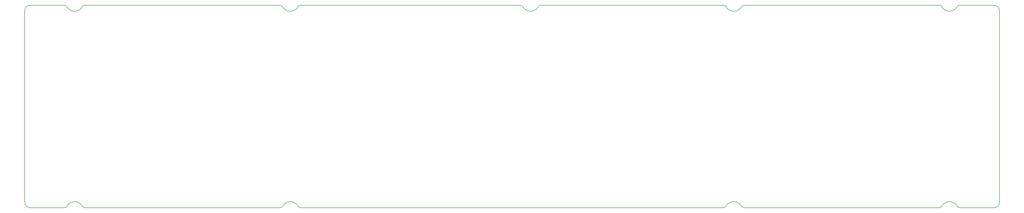
<source format=gbr>
%TF.GenerationSoftware,KiCad,Pcbnew,7.0.7*%
%TF.CreationDate,2024-05-19T12:58:13-06:00*%
%TF.ProjectId,spell,7370656c-6c2e-46b6-9963-61645f706362,rev?*%
%TF.SameCoordinates,Original*%
%TF.FileFunction,Profile,NP*%
%FSLAX46Y46*%
G04 Gerber Fmt 4.6, Leading zero omitted, Abs format (unit mm)*
G04 Created by KiCad (PCBNEW 7.0.7) date 2024-05-19 12:58:13*
%MOMM*%
%LPD*%
G01*
G04 APERTURE LIST*
%TA.AperFunction,Profile*%
%ADD10C,0.200000*%
%TD*%
G04 APERTURE END LIST*
D10*
X127943913Y-103715011D02*
G75*
G03*
X128795384Y-103204116I-13J965011D01*
G01*
X217720374Y-29145887D02*
G75*
G03*
X216868914Y-28634999I-851474J-454113D01*
G01*
X298767433Y-103204122D02*
G75*
G03*
X299618914Y-103714999I851467J454122D01*
G01*
X224368914Y-28635012D02*
G75*
G03*
X223517444Y-29145881I-14J-964988D01*
G01*
X134592442Y-103204116D02*
G75*
G03*
X128795386Y-103204116I-2898528J-1545883D01*
G01*
X35366414Y-103714998D02*
X48106414Y-103715000D01*
X379456414Y-28635012D02*
G75*
G03*
X378604943Y-29145882I-14J-964988D01*
G01*
X194722642Y-28634999D02*
X213790185Y-28634999D01*
X128795385Y-29145880D02*
G75*
G03*
X134592443Y-29145880I2898529J1545879D01*
G01*
X392196414Y-103715014D02*
G75*
G03*
X394196414Y-101714998I-14J2000014D01*
G01*
X216868914Y-28634999D02*
X213790185Y-28634999D01*
X394196414Y-33508390D02*
X394196414Y-30634998D01*
X33366414Y-30634998D02*
X33366414Y-101714998D01*
X292970385Y-29145880D02*
G75*
G03*
X298767443Y-29145880I2898529J1545879D01*
G01*
X217720386Y-29145881D02*
G75*
G03*
X223517442Y-29145881I2898528J1545883D01*
G01*
X55606413Y-103714999D02*
X127943913Y-103714999D01*
X292970375Y-29145886D02*
G75*
G03*
X292118914Y-28634998I-851475J-454114D01*
G01*
X292118914Y-28634998D02*
X224368914Y-28634999D01*
X299618915Y-28635011D02*
G75*
G03*
X298767443Y-29145880I-15J-964989D01*
G01*
X298767442Y-103204116D02*
G75*
G03*
X292970386Y-103204116I-2898528J-1545883D01*
G01*
X371956414Y-28634999D02*
X299618915Y-28634998D01*
X128795374Y-29145886D02*
G75*
G03*
X127943913Y-28634999I-851474J-454114D01*
G01*
X378604943Y-103204117D02*
G75*
G03*
X372807885Y-103204117I-2898529J-1545879D01*
G01*
X392196414Y-28634998D02*
X379456414Y-28634999D01*
X35366414Y-28635014D02*
G75*
G03*
X33366414Y-30634998I-14J-1999986D01*
G01*
X372807875Y-29145888D02*
G75*
G03*
X371956414Y-28634999I-851475J-454112D01*
G01*
X394196414Y-101714998D02*
X394196413Y-41691607D01*
X54754933Y-103204122D02*
G75*
G03*
X55606413Y-103714999I851467J454122D01*
G01*
X127943913Y-28634999D02*
X55606413Y-28634999D01*
X394196414Y-33508390D02*
X394196413Y-41691607D01*
X135443914Y-103714998D02*
X292118914Y-103714998D01*
X372807886Y-29145882D02*
G75*
G03*
X378604942Y-29145882I2898528J1545883D01*
G01*
X299618914Y-103714999D02*
X371956414Y-103714999D01*
X379456414Y-103715000D02*
X392196414Y-103714998D01*
X134592434Y-103204121D02*
G75*
G03*
X135443914Y-103714998I851466J454121D01*
G01*
X54754943Y-103204117D02*
G75*
G03*
X48957885Y-103204117I-2898529J-1545879D01*
G01*
X48957875Y-29145888D02*
G75*
G03*
X48106414Y-28634999I-851475J-454112D01*
G01*
X394196402Y-30634998D02*
G75*
G03*
X392196414Y-28634998I-2000002J-2D01*
G01*
X135443914Y-28635011D02*
G75*
G03*
X134592443Y-29145880I-14J-964989D01*
G01*
X33366402Y-101714998D02*
G75*
G03*
X35366414Y-103714998I1999998J-2D01*
G01*
X55606413Y-28635012D02*
G75*
G03*
X54754943Y-29145882I-13J-964988D01*
G01*
X48957886Y-29145882D02*
G75*
G03*
X54754942Y-29145882I2898528J1545883D01*
G01*
X194722642Y-28634999D02*
X135443914Y-28634998D01*
X48106414Y-103715012D02*
G75*
G03*
X48957885Y-103204117I-14J965012D01*
G01*
X292118914Y-103715011D02*
G75*
G03*
X292970384Y-103204116I-14J965011D01*
G01*
X371956414Y-103715012D02*
G75*
G03*
X372807885Y-103204117I-14J965012D01*
G01*
X378604932Y-103204123D02*
G75*
G03*
X379456414Y-103715000I851468J454123D01*
G01*
X48106414Y-28634999D02*
X35366414Y-28634998D01*
M02*

</source>
